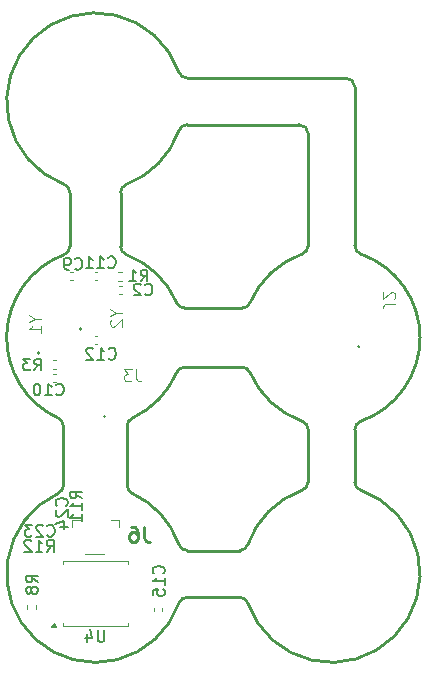
<source format=gbr>
%TF.GenerationSoftware,KiCad,Pcbnew,9.0.1*%
%TF.CreationDate,2025-04-11T17:48:53-04:00*%
%TF.ProjectId,IngestibleCapsule-Board_v2,496e6765-7374-4696-926c-654361707375,rev?*%
%TF.SameCoordinates,Original*%
%TF.FileFunction,Legend,Bot*%
%TF.FilePolarity,Positive*%
%FSLAX46Y46*%
G04 Gerber Fmt 4.6, Leading zero omitted, Abs format (unit mm)*
G04 Created by KiCad (PCBNEW 9.0.1) date 2025-04-11 17:48:53*
%MOMM*%
%LPD*%
G01*
G04 APERTURE LIST*
%ADD10C,0.150000*%
%ADD11C,0.254000*%
%ADD12C,0.100000*%
%ADD13C,0.200000*%
%ADD14C,0.120000*%
%TA.AperFunction,Profile*%
%ADD15C,0.250000*%
%TD*%
G04 APERTURE END LIST*
D10*
X88884819Y-113617142D02*
X88408628Y-113283809D01*
X88884819Y-113045714D02*
X87884819Y-113045714D01*
X87884819Y-113045714D02*
X87884819Y-113426666D01*
X87884819Y-113426666D02*
X87932438Y-113521904D01*
X87932438Y-113521904D02*
X87980057Y-113569523D01*
X87980057Y-113569523D02*
X88075295Y-113617142D01*
X88075295Y-113617142D02*
X88218152Y-113617142D01*
X88218152Y-113617142D02*
X88313390Y-113569523D01*
X88313390Y-113569523D02*
X88361009Y-113521904D01*
X88361009Y-113521904D02*
X88408628Y-113426666D01*
X88408628Y-113426666D02*
X88408628Y-113045714D01*
X88884819Y-114569523D02*
X88884819Y-113998095D01*
X88884819Y-114283809D02*
X87884819Y-114283809D01*
X87884819Y-114283809D02*
X88027676Y-114188571D01*
X88027676Y-114188571D02*
X88122914Y-114093333D01*
X88122914Y-114093333D02*
X88170533Y-113998095D01*
X88884819Y-115521904D02*
X88884819Y-114950476D01*
X88884819Y-115236190D02*
X87884819Y-115236190D01*
X87884819Y-115236190D02*
X88027676Y-115140952D01*
X88027676Y-115140952D02*
X88122914Y-115045714D01*
X88122914Y-115045714D02*
X88170533Y-114950476D01*
X85932857Y-116749580D02*
X85980476Y-116797200D01*
X85980476Y-116797200D02*
X86123333Y-116844819D01*
X86123333Y-116844819D02*
X86218571Y-116844819D01*
X86218571Y-116844819D02*
X86361428Y-116797200D01*
X86361428Y-116797200D02*
X86456666Y-116701961D01*
X86456666Y-116701961D02*
X86504285Y-116606723D01*
X86504285Y-116606723D02*
X86551904Y-116416247D01*
X86551904Y-116416247D02*
X86551904Y-116273390D01*
X86551904Y-116273390D02*
X86504285Y-116082914D01*
X86504285Y-116082914D02*
X86456666Y-115987676D01*
X86456666Y-115987676D02*
X86361428Y-115892438D01*
X86361428Y-115892438D02*
X86218571Y-115844819D01*
X86218571Y-115844819D02*
X86123333Y-115844819D01*
X86123333Y-115844819D02*
X85980476Y-115892438D01*
X85980476Y-115892438D02*
X85932857Y-115940057D01*
X85551904Y-115940057D02*
X85504285Y-115892438D01*
X85504285Y-115892438D02*
X85409047Y-115844819D01*
X85409047Y-115844819D02*
X85170952Y-115844819D01*
X85170952Y-115844819D02*
X85075714Y-115892438D01*
X85075714Y-115892438D02*
X85028095Y-115940057D01*
X85028095Y-115940057D02*
X84980476Y-116035295D01*
X84980476Y-116035295D02*
X84980476Y-116130533D01*
X84980476Y-116130533D02*
X85028095Y-116273390D01*
X85028095Y-116273390D02*
X85599523Y-116844819D01*
X85599523Y-116844819D02*
X84980476Y-116844819D01*
X84647142Y-115844819D02*
X84028095Y-115844819D01*
X84028095Y-115844819D02*
X84361428Y-116225771D01*
X84361428Y-116225771D02*
X84218571Y-116225771D01*
X84218571Y-116225771D02*
X84123333Y-116273390D01*
X84123333Y-116273390D02*
X84075714Y-116321009D01*
X84075714Y-116321009D02*
X84028095Y-116416247D01*
X84028095Y-116416247D02*
X84028095Y-116654342D01*
X84028095Y-116654342D02*
X84075714Y-116749580D01*
X84075714Y-116749580D02*
X84123333Y-116797200D01*
X84123333Y-116797200D02*
X84218571Y-116844819D01*
X84218571Y-116844819D02*
X84504285Y-116844819D01*
X84504285Y-116844819D02*
X84599523Y-116797200D01*
X84599523Y-116797200D02*
X84647142Y-116749580D01*
X85902857Y-118124819D02*
X86236190Y-117648628D01*
X86474285Y-118124819D02*
X86474285Y-117124819D01*
X86474285Y-117124819D02*
X86093333Y-117124819D01*
X86093333Y-117124819D02*
X85998095Y-117172438D01*
X85998095Y-117172438D02*
X85950476Y-117220057D01*
X85950476Y-117220057D02*
X85902857Y-117315295D01*
X85902857Y-117315295D02*
X85902857Y-117458152D01*
X85902857Y-117458152D02*
X85950476Y-117553390D01*
X85950476Y-117553390D02*
X85998095Y-117601009D01*
X85998095Y-117601009D02*
X86093333Y-117648628D01*
X86093333Y-117648628D02*
X86474285Y-117648628D01*
X84950476Y-118124819D02*
X85521904Y-118124819D01*
X85236190Y-118124819D02*
X85236190Y-117124819D01*
X85236190Y-117124819D02*
X85331428Y-117267676D01*
X85331428Y-117267676D02*
X85426666Y-117362914D01*
X85426666Y-117362914D02*
X85521904Y-117410533D01*
X84569523Y-117220057D02*
X84521904Y-117172438D01*
X84521904Y-117172438D02*
X84426666Y-117124819D01*
X84426666Y-117124819D02*
X84188571Y-117124819D01*
X84188571Y-117124819D02*
X84093333Y-117172438D01*
X84093333Y-117172438D02*
X84045714Y-117220057D01*
X84045714Y-117220057D02*
X83998095Y-117315295D01*
X83998095Y-117315295D02*
X83998095Y-117410533D01*
X83998095Y-117410533D02*
X84045714Y-117553390D01*
X84045714Y-117553390D02*
X84617142Y-118124819D01*
X84617142Y-118124819D02*
X83998095Y-118124819D01*
X87559580Y-114217142D02*
X87607200Y-114169523D01*
X87607200Y-114169523D02*
X87654819Y-114026666D01*
X87654819Y-114026666D02*
X87654819Y-113931428D01*
X87654819Y-113931428D02*
X87607200Y-113788571D01*
X87607200Y-113788571D02*
X87511961Y-113693333D01*
X87511961Y-113693333D02*
X87416723Y-113645714D01*
X87416723Y-113645714D02*
X87226247Y-113598095D01*
X87226247Y-113598095D02*
X87083390Y-113598095D01*
X87083390Y-113598095D02*
X86892914Y-113645714D01*
X86892914Y-113645714D02*
X86797676Y-113693333D01*
X86797676Y-113693333D02*
X86702438Y-113788571D01*
X86702438Y-113788571D02*
X86654819Y-113931428D01*
X86654819Y-113931428D02*
X86654819Y-114026666D01*
X86654819Y-114026666D02*
X86702438Y-114169523D01*
X86702438Y-114169523D02*
X86750057Y-114217142D01*
X86750057Y-114598095D02*
X86702438Y-114645714D01*
X86702438Y-114645714D02*
X86654819Y-114740952D01*
X86654819Y-114740952D02*
X86654819Y-114979047D01*
X86654819Y-114979047D02*
X86702438Y-115074285D01*
X86702438Y-115074285D02*
X86750057Y-115121904D01*
X86750057Y-115121904D02*
X86845295Y-115169523D01*
X86845295Y-115169523D02*
X86940533Y-115169523D01*
X86940533Y-115169523D02*
X87083390Y-115121904D01*
X87083390Y-115121904D02*
X87654819Y-114550476D01*
X87654819Y-114550476D02*
X87654819Y-115169523D01*
X86988152Y-116026666D02*
X87654819Y-116026666D01*
X86607200Y-115788571D02*
X87321485Y-115550476D01*
X87321485Y-115550476D02*
X87321485Y-116169523D01*
D11*
X94133332Y-116004318D02*
X94133332Y-116911461D01*
X94133332Y-116911461D02*
X94193809Y-117092889D01*
X94193809Y-117092889D02*
X94314761Y-117213842D01*
X94314761Y-117213842D02*
X94496190Y-117274318D01*
X94496190Y-117274318D02*
X94617142Y-117274318D01*
X92984285Y-116004318D02*
X93226190Y-116004318D01*
X93226190Y-116004318D02*
X93347142Y-116064794D01*
X93347142Y-116064794D02*
X93407618Y-116125270D01*
X93407618Y-116125270D02*
X93528571Y-116306699D01*
X93528571Y-116306699D02*
X93589047Y-116548603D01*
X93589047Y-116548603D02*
X93589047Y-117032413D01*
X93589047Y-117032413D02*
X93528571Y-117153365D01*
X93528571Y-117153365D02*
X93468094Y-117213842D01*
X93468094Y-117213842D02*
X93347142Y-117274318D01*
X93347142Y-117274318D02*
X93105237Y-117274318D01*
X93105237Y-117274318D02*
X92984285Y-117213842D01*
X92984285Y-117213842D02*
X92923809Y-117153365D01*
X92923809Y-117153365D02*
X92863332Y-117032413D01*
X92863332Y-117032413D02*
X92863332Y-116730032D01*
X92863332Y-116730032D02*
X92923809Y-116609080D01*
X92923809Y-116609080D02*
X92984285Y-116548603D01*
X92984285Y-116548603D02*
X93105237Y-116488127D01*
X93105237Y-116488127D02*
X93347142Y-116488127D01*
X93347142Y-116488127D02*
X93468094Y-116548603D01*
X93468094Y-116548603D02*
X93528571Y-116609080D01*
X93528571Y-116609080D02*
X93589047Y-116730032D01*
D12*
X84921228Y-98383809D02*
X85397419Y-98383809D01*
X84397419Y-98050476D02*
X84921228Y-98383809D01*
X84921228Y-98383809D02*
X84397419Y-98717142D01*
X85397419Y-99574285D02*
X85397419Y-99002857D01*
X85397419Y-99288571D02*
X84397419Y-99288571D01*
X84397419Y-99288571D02*
X84540276Y-99193333D01*
X84540276Y-99193333D02*
X84635514Y-99098095D01*
X84635514Y-99098095D02*
X84683133Y-99002857D01*
D10*
X84846666Y-102774819D02*
X85179999Y-102298628D01*
X85418094Y-102774819D02*
X85418094Y-101774819D01*
X85418094Y-101774819D02*
X85037142Y-101774819D01*
X85037142Y-101774819D02*
X84941904Y-101822438D01*
X84941904Y-101822438D02*
X84894285Y-101870057D01*
X84894285Y-101870057D02*
X84846666Y-101965295D01*
X84846666Y-101965295D02*
X84846666Y-102108152D01*
X84846666Y-102108152D02*
X84894285Y-102203390D01*
X84894285Y-102203390D02*
X84941904Y-102251009D01*
X84941904Y-102251009D02*
X85037142Y-102298628D01*
X85037142Y-102298628D02*
X85418094Y-102298628D01*
X84513332Y-101774819D02*
X83894285Y-101774819D01*
X83894285Y-101774819D02*
X84227618Y-102155771D01*
X84227618Y-102155771D02*
X84084761Y-102155771D01*
X84084761Y-102155771D02*
X83989523Y-102203390D01*
X83989523Y-102203390D02*
X83941904Y-102251009D01*
X83941904Y-102251009D02*
X83894285Y-102346247D01*
X83894285Y-102346247D02*
X83894285Y-102584342D01*
X83894285Y-102584342D02*
X83941904Y-102679580D01*
X83941904Y-102679580D02*
X83989523Y-102727200D01*
X83989523Y-102727200D02*
X84084761Y-102774819D01*
X84084761Y-102774819D02*
X84370475Y-102774819D01*
X84370475Y-102774819D02*
X84465713Y-102727200D01*
X84465713Y-102727200D02*
X84513332Y-102679580D01*
D12*
X115402580Y-97133333D02*
X114688295Y-97133333D01*
X114688295Y-97133333D02*
X114545438Y-97180952D01*
X114545438Y-97180952D02*
X114450200Y-97276190D01*
X114450200Y-97276190D02*
X114402580Y-97419047D01*
X114402580Y-97419047D02*
X114402580Y-97514285D01*
X115307342Y-96704761D02*
X115354961Y-96657142D01*
X115354961Y-96657142D02*
X115402580Y-96561904D01*
X115402580Y-96561904D02*
X115402580Y-96323809D01*
X115402580Y-96323809D02*
X115354961Y-96228571D01*
X115354961Y-96228571D02*
X115307342Y-96180952D01*
X115307342Y-96180952D02*
X115212104Y-96133333D01*
X115212104Y-96133333D02*
X115116866Y-96133333D01*
X115116866Y-96133333D02*
X114974009Y-96180952D01*
X114974009Y-96180952D02*
X114402580Y-96752380D01*
X114402580Y-96752380D02*
X114402580Y-96133333D01*
D10*
X93836666Y-95244819D02*
X94169999Y-94768628D01*
X94408094Y-95244819D02*
X94408094Y-94244819D01*
X94408094Y-94244819D02*
X94027142Y-94244819D01*
X94027142Y-94244819D02*
X93931904Y-94292438D01*
X93931904Y-94292438D02*
X93884285Y-94340057D01*
X93884285Y-94340057D02*
X93836666Y-94435295D01*
X93836666Y-94435295D02*
X93836666Y-94578152D01*
X93836666Y-94578152D02*
X93884285Y-94673390D01*
X93884285Y-94673390D02*
X93931904Y-94721009D01*
X93931904Y-94721009D02*
X94027142Y-94768628D01*
X94027142Y-94768628D02*
X94408094Y-94768628D01*
X92884285Y-95244819D02*
X93455713Y-95244819D01*
X93169999Y-95244819D02*
X93169999Y-94244819D01*
X93169999Y-94244819D02*
X93265237Y-94387676D01*
X93265237Y-94387676D02*
X93360475Y-94482914D01*
X93360475Y-94482914D02*
X93455713Y-94530533D01*
X85144819Y-120713333D02*
X84668628Y-120380000D01*
X85144819Y-120141905D02*
X84144819Y-120141905D01*
X84144819Y-120141905D02*
X84144819Y-120522857D01*
X84144819Y-120522857D02*
X84192438Y-120618095D01*
X84192438Y-120618095D02*
X84240057Y-120665714D01*
X84240057Y-120665714D02*
X84335295Y-120713333D01*
X84335295Y-120713333D02*
X84478152Y-120713333D01*
X84478152Y-120713333D02*
X84573390Y-120665714D01*
X84573390Y-120665714D02*
X84621009Y-120618095D01*
X84621009Y-120618095D02*
X84668628Y-120522857D01*
X84668628Y-120522857D02*
X84668628Y-120141905D01*
X84573390Y-121284762D02*
X84525771Y-121189524D01*
X84525771Y-121189524D02*
X84478152Y-121141905D01*
X84478152Y-121141905D02*
X84382914Y-121094286D01*
X84382914Y-121094286D02*
X84335295Y-121094286D01*
X84335295Y-121094286D02*
X84240057Y-121141905D01*
X84240057Y-121141905D02*
X84192438Y-121189524D01*
X84192438Y-121189524D02*
X84144819Y-121284762D01*
X84144819Y-121284762D02*
X84144819Y-121475238D01*
X84144819Y-121475238D02*
X84192438Y-121570476D01*
X84192438Y-121570476D02*
X84240057Y-121618095D01*
X84240057Y-121618095D02*
X84335295Y-121665714D01*
X84335295Y-121665714D02*
X84382914Y-121665714D01*
X84382914Y-121665714D02*
X84478152Y-121618095D01*
X84478152Y-121618095D02*
X84525771Y-121570476D01*
X84525771Y-121570476D02*
X84573390Y-121475238D01*
X84573390Y-121475238D02*
X84573390Y-121284762D01*
X84573390Y-121284762D02*
X84621009Y-121189524D01*
X84621009Y-121189524D02*
X84668628Y-121141905D01*
X84668628Y-121141905D02*
X84763866Y-121094286D01*
X84763866Y-121094286D02*
X84954342Y-121094286D01*
X84954342Y-121094286D02*
X85049580Y-121141905D01*
X85049580Y-121141905D02*
X85097200Y-121189524D01*
X85097200Y-121189524D02*
X85144819Y-121284762D01*
X85144819Y-121284762D02*
X85144819Y-121475238D01*
X85144819Y-121475238D02*
X85097200Y-121570476D01*
X85097200Y-121570476D02*
X85049580Y-121618095D01*
X85049580Y-121618095D02*
X84954342Y-121665714D01*
X84954342Y-121665714D02*
X84763866Y-121665714D01*
X84763866Y-121665714D02*
X84668628Y-121618095D01*
X84668628Y-121618095D02*
X84621009Y-121570476D01*
X84621009Y-121570476D02*
X84573390Y-121475238D01*
X95769580Y-119957142D02*
X95817200Y-119909523D01*
X95817200Y-119909523D02*
X95864819Y-119766666D01*
X95864819Y-119766666D02*
X95864819Y-119671428D01*
X95864819Y-119671428D02*
X95817200Y-119528571D01*
X95817200Y-119528571D02*
X95721961Y-119433333D01*
X95721961Y-119433333D02*
X95626723Y-119385714D01*
X95626723Y-119385714D02*
X95436247Y-119338095D01*
X95436247Y-119338095D02*
X95293390Y-119338095D01*
X95293390Y-119338095D02*
X95102914Y-119385714D01*
X95102914Y-119385714D02*
X95007676Y-119433333D01*
X95007676Y-119433333D02*
X94912438Y-119528571D01*
X94912438Y-119528571D02*
X94864819Y-119671428D01*
X94864819Y-119671428D02*
X94864819Y-119766666D01*
X94864819Y-119766666D02*
X94912438Y-119909523D01*
X94912438Y-119909523D02*
X94960057Y-119957142D01*
X95864819Y-120909523D02*
X95864819Y-120338095D01*
X95864819Y-120623809D02*
X94864819Y-120623809D01*
X94864819Y-120623809D02*
X95007676Y-120528571D01*
X95007676Y-120528571D02*
X95102914Y-120433333D01*
X95102914Y-120433333D02*
X95150533Y-120338095D01*
X94864819Y-121814285D02*
X94864819Y-121338095D01*
X94864819Y-121338095D02*
X95341009Y-121290476D01*
X95341009Y-121290476D02*
X95293390Y-121338095D01*
X95293390Y-121338095D02*
X95245771Y-121433333D01*
X95245771Y-121433333D02*
X95245771Y-121671428D01*
X95245771Y-121671428D02*
X95293390Y-121766666D01*
X95293390Y-121766666D02*
X95341009Y-121814285D01*
X95341009Y-121814285D02*
X95436247Y-121861904D01*
X95436247Y-121861904D02*
X95674342Y-121861904D01*
X95674342Y-121861904D02*
X95769580Y-121814285D01*
X95769580Y-121814285D02*
X95817200Y-121766666D01*
X95817200Y-121766666D02*
X95864819Y-121671428D01*
X95864819Y-121671428D02*
X95864819Y-121433333D01*
X95864819Y-121433333D02*
X95817200Y-121338095D01*
X95817200Y-121338095D02*
X95769580Y-121290476D01*
X94216666Y-96329580D02*
X94264285Y-96377200D01*
X94264285Y-96377200D02*
X94407142Y-96424819D01*
X94407142Y-96424819D02*
X94502380Y-96424819D01*
X94502380Y-96424819D02*
X94645237Y-96377200D01*
X94645237Y-96377200D02*
X94740475Y-96281961D01*
X94740475Y-96281961D02*
X94788094Y-96186723D01*
X94788094Y-96186723D02*
X94835713Y-95996247D01*
X94835713Y-95996247D02*
X94835713Y-95853390D01*
X94835713Y-95853390D02*
X94788094Y-95662914D01*
X94788094Y-95662914D02*
X94740475Y-95567676D01*
X94740475Y-95567676D02*
X94645237Y-95472438D01*
X94645237Y-95472438D02*
X94502380Y-95424819D01*
X94502380Y-95424819D02*
X94407142Y-95424819D01*
X94407142Y-95424819D02*
X94264285Y-95472438D01*
X94264285Y-95472438D02*
X94216666Y-95520057D01*
X93835713Y-95520057D02*
X93788094Y-95472438D01*
X93788094Y-95472438D02*
X93692856Y-95424819D01*
X93692856Y-95424819D02*
X93454761Y-95424819D01*
X93454761Y-95424819D02*
X93359523Y-95472438D01*
X93359523Y-95472438D02*
X93311904Y-95520057D01*
X93311904Y-95520057D02*
X93264285Y-95615295D01*
X93264285Y-95615295D02*
X93264285Y-95710533D01*
X93264285Y-95710533D02*
X93311904Y-95853390D01*
X93311904Y-95853390D02*
X93883332Y-96424819D01*
X93883332Y-96424819D02*
X93264285Y-96424819D01*
X88286666Y-94149580D02*
X88334285Y-94197200D01*
X88334285Y-94197200D02*
X88477142Y-94244819D01*
X88477142Y-94244819D02*
X88572380Y-94244819D01*
X88572380Y-94244819D02*
X88715237Y-94197200D01*
X88715237Y-94197200D02*
X88810475Y-94101961D01*
X88810475Y-94101961D02*
X88858094Y-94006723D01*
X88858094Y-94006723D02*
X88905713Y-93816247D01*
X88905713Y-93816247D02*
X88905713Y-93673390D01*
X88905713Y-93673390D02*
X88858094Y-93482914D01*
X88858094Y-93482914D02*
X88810475Y-93387676D01*
X88810475Y-93387676D02*
X88715237Y-93292438D01*
X88715237Y-93292438D02*
X88572380Y-93244819D01*
X88572380Y-93244819D02*
X88477142Y-93244819D01*
X88477142Y-93244819D02*
X88334285Y-93292438D01*
X88334285Y-93292438D02*
X88286666Y-93340057D01*
X87810475Y-94244819D02*
X87619999Y-94244819D01*
X87619999Y-94244819D02*
X87524761Y-94197200D01*
X87524761Y-94197200D02*
X87477142Y-94149580D01*
X87477142Y-94149580D02*
X87381904Y-94006723D01*
X87381904Y-94006723D02*
X87334285Y-93816247D01*
X87334285Y-93816247D02*
X87334285Y-93435295D01*
X87334285Y-93435295D02*
X87381904Y-93340057D01*
X87381904Y-93340057D02*
X87429523Y-93292438D01*
X87429523Y-93292438D02*
X87524761Y-93244819D01*
X87524761Y-93244819D02*
X87715237Y-93244819D01*
X87715237Y-93244819D02*
X87810475Y-93292438D01*
X87810475Y-93292438D02*
X87858094Y-93340057D01*
X87858094Y-93340057D02*
X87905713Y-93435295D01*
X87905713Y-93435295D02*
X87905713Y-93673390D01*
X87905713Y-93673390D02*
X87858094Y-93768628D01*
X87858094Y-93768628D02*
X87810475Y-93816247D01*
X87810475Y-93816247D02*
X87715237Y-93863866D01*
X87715237Y-93863866D02*
X87524761Y-93863866D01*
X87524761Y-93863866D02*
X87429523Y-93816247D01*
X87429523Y-93816247D02*
X87381904Y-93768628D01*
X87381904Y-93768628D02*
X87334285Y-93673390D01*
X91122857Y-101759580D02*
X91170476Y-101807200D01*
X91170476Y-101807200D02*
X91313333Y-101854819D01*
X91313333Y-101854819D02*
X91408571Y-101854819D01*
X91408571Y-101854819D02*
X91551428Y-101807200D01*
X91551428Y-101807200D02*
X91646666Y-101711961D01*
X91646666Y-101711961D02*
X91694285Y-101616723D01*
X91694285Y-101616723D02*
X91741904Y-101426247D01*
X91741904Y-101426247D02*
X91741904Y-101283390D01*
X91741904Y-101283390D02*
X91694285Y-101092914D01*
X91694285Y-101092914D02*
X91646666Y-100997676D01*
X91646666Y-100997676D02*
X91551428Y-100902438D01*
X91551428Y-100902438D02*
X91408571Y-100854819D01*
X91408571Y-100854819D02*
X91313333Y-100854819D01*
X91313333Y-100854819D02*
X91170476Y-100902438D01*
X91170476Y-100902438D02*
X91122857Y-100950057D01*
X90170476Y-101854819D02*
X90741904Y-101854819D01*
X90456190Y-101854819D02*
X90456190Y-100854819D01*
X90456190Y-100854819D02*
X90551428Y-100997676D01*
X90551428Y-100997676D02*
X90646666Y-101092914D01*
X90646666Y-101092914D02*
X90741904Y-101140533D01*
X89789523Y-100950057D02*
X89741904Y-100902438D01*
X89741904Y-100902438D02*
X89646666Y-100854819D01*
X89646666Y-100854819D02*
X89408571Y-100854819D01*
X89408571Y-100854819D02*
X89313333Y-100902438D01*
X89313333Y-100902438D02*
X89265714Y-100950057D01*
X89265714Y-100950057D02*
X89218095Y-101045295D01*
X89218095Y-101045295D02*
X89218095Y-101140533D01*
X89218095Y-101140533D02*
X89265714Y-101283390D01*
X89265714Y-101283390D02*
X89837142Y-101854819D01*
X89837142Y-101854819D02*
X89218095Y-101854819D01*
D12*
X91771228Y-97873809D02*
X92247419Y-97873809D01*
X91247419Y-97540476D02*
X91771228Y-97873809D01*
X91771228Y-97873809D02*
X91247419Y-98207142D01*
X91342657Y-98492857D02*
X91295038Y-98540476D01*
X91295038Y-98540476D02*
X91247419Y-98635714D01*
X91247419Y-98635714D02*
X91247419Y-98873809D01*
X91247419Y-98873809D02*
X91295038Y-98969047D01*
X91295038Y-98969047D02*
X91342657Y-99016666D01*
X91342657Y-99016666D02*
X91437895Y-99064285D01*
X91437895Y-99064285D02*
X91533133Y-99064285D01*
X91533133Y-99064285D02*
X91675990Y-99016666D01*
X91675990Y-99016666D02*
X92247419Y-98445238D01*
X92247419Y-98445238D02*
X92247419Y-99064285D01*
D10*
X90761904Y-124749819D02*
X90761904Y-125559342D01*
X90761904Y-125559342D02*
X90714285Y-125654580D01*
X90714285Y-125654580D02*
X90666666Y-125702200D01*
X90666666Y-125702200D02*
X90571428Y-125749819D01*
X90571428Y-125749819D02*
X90380952Y-125749819D01*
X90380952Y-125749819D02*
X90285714Y-125702200D01*
X90285714Y-125702200D02*
X90238095Y-125654580D01*
X90238095Y-125654580D02*
X90190476Y-125559342D01*
X90190476Y-125559342D02*
X90190476Y-124749819D01*
X89285714Y-125083152D02*
X89285714Y-125749819D01*
X89523809Y-124702200D02*
X89761904Y-125416485D01*
X89761904Y-125416485D02*
X89142857Y-125416485D01*
X86692857Y-104799580D02*
X86740476Y-104847200D01*
X86740476Y-104847200D02*
X86883333Y-104894819D01*
X86883333Y-104894819D02*
X86978571Y-104894819D01*
X86978571Y-104894819D02*
X87121428Y-104847200D01*
X87121428Y-104847200D02*
X87216666Y-104751961D01*
X87216666Y-104751961D02*
X87264285Y-104656723D01*
X87264285Y-104656723D02*
X87311904Y-104466247D01*
X87311904Y-104466247D02*
X87311904Y-104323390D01*
X87311904Y-104323390D02*
X87264285Y-104132914D01*
X87264285Y-104132914D02*
X87216666Y-104037676D01*
X87216666Y-104037676D02*
X87121428Y-103942438D01*
X87121428Y-103942438D02*
X86978571Y-103894819D01*
X86978571Y-103894819D02*
X86883333Y-103894819D01*
X86883333Y-103894819D02*
X86740476Y-103942438D01*
X86740476Y-103942438D02*
X86692857Y-103990057D01*
X85740476Y-104894819D02*
X86311904Y-104894819D01*
X86026190Y-104894819D02*
X86026190Y-103894819D01*
X86026190Y-103894819D02*
X86121428Y-104037676D01*
X86121428Y-104037676D02*
X86216666Y-104132914D01*
X86216666Y-104132914D02*
X86311904Y-104180533D01*
X85121428Y-103894819D02*
X85026190Y-103894819D01*
X85026190Y-103894819D02*
X84930952Y-103942438D01*
X84930952Y-103942438D02*
X84883333Y-103990057D01*
X84883333Y-103990057D02*
X84835714Y-104085295D01*
X84835714Y-104085295D02*
X84788095Y-104275771D01*
X84788095Y-104275771D02*
X84788095Y-104513866D01*
X84788095Y-104513866D02*
X84835714Y-104704342D01*
X84835714Y-104704342D02*
X84883333Y-104799580D01*
X84883333Y-104799580D02*
X84930952Y-104847200D01*
X84930952Y-104847200D02*
X85026190Y-104894819D01*
X85026190Y-104894819D02*
X85121428Y-104894819D01*
X85121428Y-104894819D02*
X85216666Y-104847200D01*
X85216666Y-104847200D02*
X85264285Y-104799580D01*
X85264285Y-104799580D02*
X85311904Y-104704342D01*
X85311904Y-104704342D02*
X85359523Y-104513866D01*
X85359523Y-104513866D02*
X85359523Y-104275771D01*
X85359523Y-104275771D02*
X85311904Y-104085295D01*
X85311904Y-104085295D02*
X85264285Y-103990057D01*
X85264285Y-103990057D02*
X85216666Y-103942438D01*
X85216666Y-103942438D02*
X85121428Y-103894819D01*
X91102857Y-94029580D02*
X91150476Y-94077200D01*
X91150476Y-94077200D02*
X91293333Y-94124819D01*
X91293333Y-94124819D02*
X91388571Y-94124819D01*
X91388571Y-94124819D02*
X91531428Y-94077200D01*
X91531428Y-94077200D02*
X91626666Y-93981961D01*
X91626666Y-93981961D02*
X91674285Y-93886723D01*
X91674285Y-93886723D02*
X91721904Y-93696247D01*
X91721904Y-93696247D02*
X91721904Y-93553390D01*
X91721904Y-93553390D02*
X91674285Y-93362914D01*
X91674285Y-93362914D02*
X91626666Y-93267676D01*
X91626666Y-93267676D02*
X91531428Y-93172438D01*
X91531428Y-93172438D02*
X91388571Y-93124819D01*
X91388571Y-93124819D02*
X91293333Y-93124819D01*
X91293333Y-93124819D02*
X91150476Y-93172438D01*
X91150476Y-93172438D02*
X91102857Y-93220057D01*
X90150476Y-94124819D02*
X90721904Y-94124819D01*
X90436190Y-94124819D02*
X90436190Y-93124819D01*
X90436190Y-93124819D02*
X90531428Y-93267676D01*
X90531428Y-93267676D02*
X90626666Y-93362914D01*
X90626666Y-93362914D02*
X90721904Y-93410533D01*
X89198095Y-94124819D02*
X89769523Y-94124819D01*
X89483809Y-94124819D02*
X89483809Y-93124819D01*
X89483809Y-93124819D02*
X89579047Y-93267676D01*
X89579047Y-93267676D02*
X89674285Y-93362914D01*
X89674285Y-93362914D02*
X89769523Y-93410533D01*
D12*
X93463333Y-102697419D02*
X93463333Y-103411704D01*
X93463333Y-103411704D02*
X93510952Y-103554561D01*
X93510952Y-103554561D02*
X93606190Y-103649800D01*
X93606190Y-103649800D02*
X93749047Y-103697419D01*
X93749047Y-103697419D02*
X93844285Y-103697419D01*
X93082380Y-102697419D02*
X92463333Y-102697419D01*
X92463333Y-102697419D02*
X92796666Y-103078371D01*
X92796666Y-103078371D02*
X92653809Y-103078371D01*
X92653809Y-103078371D02*
X92558571Y-103125990D01*
X92558571Y-103125990D02*
X92510952Y-103173609D01*
X92510952Y-103173609D02*
X92463333Y-103268847D01*
X92463333Y-103268847D02*
X92463333Y-103506942D01*
X92463333Y-103506942D02*
X92510952Y-103602180D01*
X92510952Y-103602180D02*
X92558571Y-103649800D01*
X92558571Y-103649800D02*
X92653809Y-103697419D01*
X92653809Y-103697419D02*
X92939523Y-103697419D01*
X92939523Y-103697419D02*
X93034761Y-103649800D01*
X93034761Y-103649800D02*
X93082380Y-103602180D01*
%TO.C,J6*%
X88000000Y-115438000D02*
X88000000Y-116063000D01*
X88700000Y-115438000D02*
X88000000Y-115438000D01*
X90700000Y-118338000D02*
X89100000Y-118338000D01*
X91300000Y-115438000D02*
X92000000Y-115438000D01*
X92000000Y-115438000D02*
X92000000Y-116063000D01*
D13*
%TO.C,Y1*%
X85287753Y-101282597D02*
G75*
G02*
X85127753Y-101282597I-80000J0D01*
G01*
X85127753Y-101282597D02*
G75*
G02*
X85287753Y-101282597I80000J0D01*
G01*
D14*
%TO.C,R3*%
X86693641Y-101870000D02*
X86386359Y-101870000D01*
X86693641Y-102630000D02*
X86386359Y-102630000D01*
D12*
%TO.C,J2*%
X112401724Y-100778706D02*
G75*
G02*
X112201724Y-100778706I-100000J0D01*
G01*
X112201724Y-100778706D02*
G75*
G02*
X112401724Y-100778706I100000J0D01*
G01*
D14*
%TO.C,R1*%
X92263641Y-94420000D02*
X91956359Y-94420000D01*
X92263641Y-95180000D02*
X91956359Y-95180000D01*
%TO.C,R8*%
X84220000Y-122646359D02*
X84220000Y-122953641D01*
X84980000Y-122646359D02*
X84980000Y-122953641D01*
%TO.C,C15*%
X94940000Y-123107836D02*
X94940000Y-122892164D01*
X95660000Y-123107836D02*
X95660000Y-122892164D01*
%TO.C,C2*%
X92237836Y-95590000D02*
X92022164Y-95590000D01*
X92237836Y-96310000D02*
X92022164Y-96310000D01*
%TO.C,C9*%
X88107836Y-94440000D02*
X87892164Y-94440000D01*
X88107836Y-95160000D02*
X87892164Y-95160000D01*
%TO.C,C12*%
X89942164Y-99840000D02*
X90157836Y-99840000D01*
X89942164Y-100560000D02*
X90157836Y-100560000D01*
D13*
%TO.C,Y2*%
X88821456Y-99269871D02*
G75*
G02*
X88661456Y-99269871I-80000J0D01*
G01*
X88661456Y-99269871D02*
G75*
G02*
X88821456Y-99269871I80000J0D01*
G01*
D14*
%TO.C,U4*%
X87240000Y-118935000D02*
X87240000Y-119205000D01*
X87240000Y-124455000D02*
X87240000Y-124185000D01*
X90000000Y-118935000D02*
X87240000Y-118935000D01*
X90000000Y-118935000D02*
X92760000Y-118935000D01*
X90000000Y-124455000D02*
X87240000Y-124455000D01*
X90000000Y-124455000D02*
X92760000Y-124455000D01*
X92760000Y-118935000D02*
X92760000Y-119205000D01*
X92760000Y-124455000D02*
X92760000Y-124185000D01*
X86715000Y-124515000D02*
X86235000Y-124515000D01*
X86475000Y-124185000D01*
X86715000Y-124515000D01*
G36*
X86715000Y-124515000D02*
G01*
X86235000Y-124515000D01*
X86475000Y-124185000D01*
X86715000Y-124515000D01*
G37*
%TO.C,C10*%
X86442164Y-103040000D02*
X86657836Y-103040000D01*
X86442164Y-103760000D02*
X86657836Y-103760000D01*
%TO.C,C11*%
X89942164Y-94440000D02*
X90157836Y-94440000D01*
X89942164Y-95160000D02*
X90157836Y-95160000D01*
D12*
%TO.C,J3*%
X90878706Y-106698276D02*
G75*
G02*
X90678706Y-106698276I-100000J0D01*
G01*
X90678706Y-106698276D02*
G75*
G02*
X90878706Y-106698276I100000J0D01*
G01*
%TD*%
D15*
X87363636Y-87021366D02*
G75*
G02*
X97079062Y-77522727I2636364J7021366D01*
G01*
X111975000Y-107787000D02*
X111975000Y-112213032D01*
X108025000Y-112213000D02*
G75*
G02*
X107522717Y-112920910I-750000J0D01*
G01*
X97079062Y-122477273D02*
G75*
G02*
X86863636Y-113187275I-7079062J2477273D01*
G01*
X92636364Y-92978634D02*
G75*
G02*
X92150003Y-92276500I263636J702134D01*
G01*
X112477273Y-92920938D02*
G75*
G02*
X111975064Y-92213032I247727J707838D01*
G01*
X107522727Y-107079062D02*
G75*
G02*
X108024936Y-107786968I-247727J-707838D01*
G01*
X97582900Y-97500000D02*
G75*
G02*
X96893544Y-97045446I0J750000D01*
G01*
X112477273Y-112920938D02*
G75*
G02*
X111975064Y-112213032I247727J707838D01*
G01*
X97582875Y-102500000D02*
X102417100Y-102500000D01*
X102920938Y-117522727D02*
G75*
G02*
X107522727Y-112920938I7079062J-2477273D01*
G01*
X112477273Y-112920938D02*
G75*
G02*
X102920938Y-122477273I-2477273J-7079062D01*
G01*
X103106477Y-97045455D02*
G75*
G02*
X107522727Y-92920938I6893523J-2954545D01*
G01*
X97787000Y-118025000D02*
X102213032Y-118025000D01*
X108025000Y-92213000D02*
G75*
G02*
X107522717Y-92920910I-750000J0D01*
G01*
X96893523Y-102954545D02*
G75*
G02*
X93136364Y-106812725I-6893523J2954545D01*
G01*
X92700000Y-107494000D02*
G75*
G02*
X93136365Y-106812727I750000J0D01*
G01*
X93136364Y-113187275D02*
G75*
G02*
X92699998Y-112506000I313636J681275D01*
G01*
X92700000Y-107494000D02*
X92700000Y-112506000D01*
X103106477Y-97045455D02*
G75*
G02*
X102417125Y-97499931I-689277J295455D01*
G01*
X97786968Y-121975000D02*
X102213000Y-121975000D01*
X97787000Y-118025000D02*
G75*
G02*
X97079090Y-117522717I0J750000D01*
G01*
X97079062Y-82477273D02*
G75*
G02*
X92636364Y-87021366I-7079062J2477273D01*
G01*
X111975000Y-92213032D02*
X111975000Y-78775000D01*
X97786968Y-81975000D02*
X107275000Y-81975000D01*
X93136364Y-113187275D02*
G75*
G02*
X97079062Y-117522727I-3136364J-6812725D01*
G01*
X92150000Y-87723500D02*
G75*
G02*
X92636363Y-87021364I750000J0D01*
G01*
X86863636Y-106812725D02*
G75*
G02*
X87363636Y-92978634I3136364J6812725D01*
G01*
X87850000Y-87723500D02*
X87850000Y-92276500D01*
X97787000Y-78025000D02*
X111225000Y-78025000D01*
X97582900Y-97500000D02*
X102417125Y-97500000D01*
X97787000Y-78025000D02*
G75*
G02*
X97079090Y-77522717I0J750000D01*
G01*
X102213000Y-121975000D02*
G75*
G02*
X102920910Y-122477283I0J-750000D01*
G01*
X112477273Y-92920938D02*
G75*
G02*
X112477273Y-107079062I-2477273J-7079062D01*
G01*
X87300000Y-107494000D02*
X87300000Y-112506000D01*
X107522727Y-107079062D02*
G75*
G02*
X103106477Y-102954545I2477273J7079062D01*
G01*
X111225000Y-78025000D02*
G75*
G02*
X111975000Y-78775000I0J-750000D01*
G01*
X107275000Y-81975000D02*
G75*
G02*
X108025000Y-82725000I0J-750000D01*
G01*
X92636364Y-92978634D02*
G75*
G02*
X96893523Y-97045455I-2636364J-7021366D01*
G01*
X97079062Y-82477273D02*
G75*
G02*
X97786968Y-81975064I707838J-247727D01*
G01*
X111975000Y-107787000D02*
G75*
G02*
X112477283Y-107079090I750000J0D01*
G01*
X108025000Y-92213000D02*
X108025000Y-82725000D01*
X87300000Y-112506000D02*
G75*
G02*
X86863635Y-113187273I-750000J0D01*
G01*
X102417100Y-102500000D02*
G75*
G02*
X103106456Y-102954554I0J-750000D01*
G01*
X87363636Y-87021366D02*
G75*
G02*
X87849997Y-87723500I-263636J-702134D01*
G01*
X96893523Y-102954545D02*
G75*
G02*
X97582875Y-102500069I689277J-295455D01*
G01*
X97079062Y-122477273D02*
G75*
G02*
X97786968Y-121975064I707838J-247727D01*
G01*
X108025000Y-107786968D02*
X108025000Y-112213000D01*
X86863636Y-106812725D02*
G75*
G02*
X87300002Y-107494000I-313636J-681275D01*
G01*
X102920938Y-117522727D02*
G75*
G02*
X102213032Y-118024936I-707838J247727D01*
G01*
X87850000Y-92276500D02*
G75*
G02*
X87363637Y-92978636I-750000J0D01*
G01*
X92150000Y-87723500D02*
X92150000Y-92276500D01*
M02*

</source>
